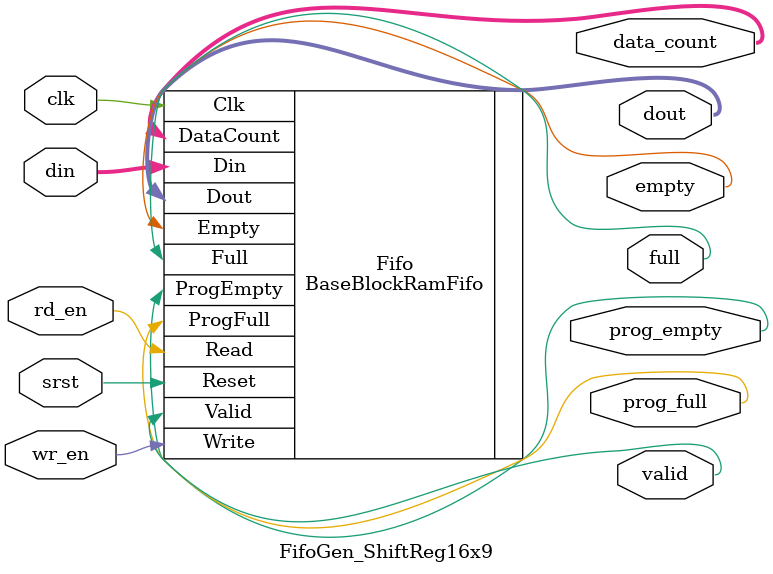
<source format=v>
/*
	FifoGen_ShiftReg16x9.v: Behavior version of 16x9 shift register FIFO

		  Ted Rossin  9-27-2024
	  		     11-07-2024 

     Note: 
*/

`timescale 1ns / 1ps

module FifoGen_ShiftReg16x9(
     input clk
    ,input srst
    ,input[8:0] din
    ,input wr_en
    ,input rd_en
    ,output[8:0] dout
    ,output valid
    ,output full
    ,output empty
    ,output prog_empty
    ,output[3:0] data_count
    ,output prog_full
);

    BaseBlockRamFifo #(
	.FirstWordFall(0)
	,.BuiltIn(0)
	,.Width(9)
	,.ProgFullValue(14)
	,.ProgEmptyValue(5)
	,.DataCountWidth(4)
	,.Depth(16)
    ) Fifo(
     	 .Clk(clk)
    	,.Reset(srst)
    	,.Write(wr_en)
    	,.Read(rd_en)
    	,.Din(din)
    	,.Dout(dout)
    	,.ProgFull(prog_full)
    	,.ProgEmpty(prog_empty)
    	,.DataCount(data_count)
    	,.Valid(valid)
    	,.Empty(empty)
    	,.Full(full)
    );
endmodule

</source>
